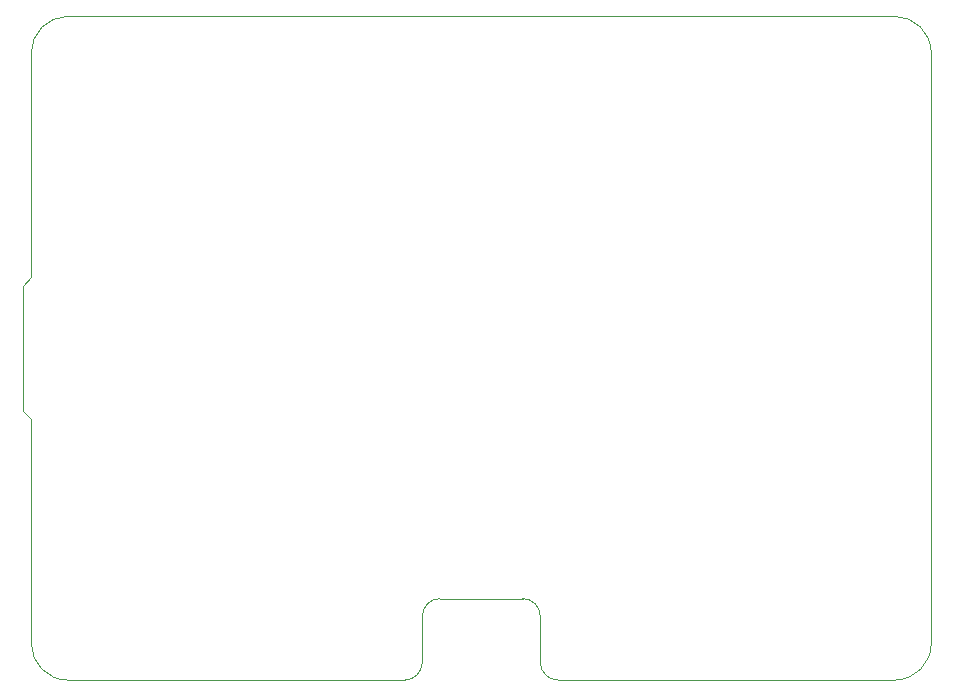
<source format=gm1>
%TF.GenerationSoftware,KiCad,Pcbnew,(5.1.6)-1*%
%TF.CreationDate,2021-03-27T23:39:17-04:00*%
%TF.ProjectId,sharptag,73686172-7074-4616-972e-6b696361645f,rev?*%
%TF.SameCoordinates,Original*%
%TF.FileFunction,Profile,NP*%
%FSLAX46Y46*%
G04 Gerber Fmt 4.6, Leading zero omitted, Abs format (unit mm)*
G04 Created by KiCad (PCBNEW (5.1.6)-1) date 2021-03-27 23:39:17*
%MOMM*%
%LPD*%
G01*
G04 APERTURE LIST*
%TA.AperFunction,Profile*%
%ADD10C,0.050000*%
%TD*%
G04 APERTURE END LIST*
D10*
X-38100000Y4000000D02*
X-38100000Y23000000D01*
X-38800000Y3300000D02*
X-38100000Y4000000D01*
X-38800000Y-7300000D02*
X-38800000Y3300000D01*
X-38100000Y-8000000D02*
X-38800000Y-7300000D01*
X-38100000Y-27000000D02*
X-38100000Y-8000000D01*
X6500000Y-30100000D02*
X35000000Y-30100000D01*
X6500000Y-30100000D02*
G75*
G02*
X5000000Y-28600000I0J1500000D01*
G01*
X5000000Y-24700000D02*
X5000000Y-28600000D01*
X3500000Y-23200000D02*
G75*
G02*
X5000000Y-24700000I0J-1500000D01*
G01*
X-3500000Y-23200000D02*
X3500000Y-23200000D01*
X-5000000Y-24700000D02*
G75*
G02*
X-3500000Y-23200000I1500000J0D01*
G01*
X-5000000Y-28600000D02*
G75*
G02*
X-6500000Y-30100000I-1500000J0D01*
G01*
X-5000000Y-28600000D02*
X-5000000Y-24700000D01*
X-35000000Y-30100000D02*
X-6500000Y-30100000D01*
X35000000Y26100000D02*
G75*
G02*
X38100000Y23000000I0J-3100000D01*
G01*
X38100000Y-27000000D02*
G75*
G02*
X35000000Y-30100000I-3100000J0D01*
G01*
X-35000000Y-30100000D02*
G75*
G02*
X-38100000Y-27000000I0J3100000D01*
G01*
X-38100000Y23000000D02*
G75*
G02*
X-35000000Y26100000I3100000J0D01*
G01*
X35000000Y26100000D02*
X-35000000Y26100000D01*
X38100000Y-27000000D02*
X38100000Y23000000D01*
M02*

</source>
